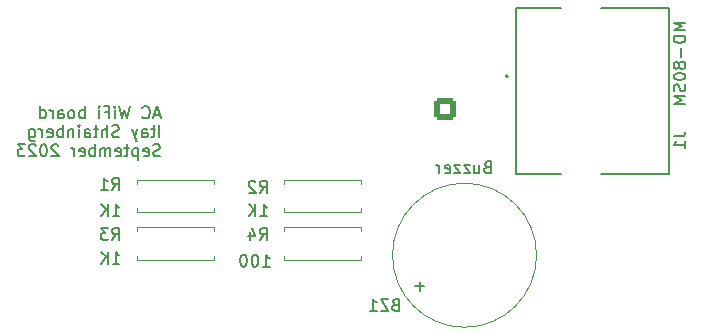
<source format=gbo>
%TF.GenerationSoftware,KiCad,Pcbnew,7.0.7*%
%TF.CreationDate,2023-09-16T13:59:36+03:00*%
%TF.ProjectId,ElectraWifi,456c6563-7472-4615-9769-66692e6b6963,rev?*%
%TF.SameCoordinates,Original*%
%TF.FileFunction,Legend,Bot*%
%TF.FilePolarity,Positive*%
%FSLAX46Y46*%
G04 Gerber Fmt 4.6, Leading zero omitted, Abs format (unit mm)*
G04 Created by KiCad (PCBNEW 7.0.7) date 2023-09-16 13:59:36*
%MOMM*%
%LPD*%
G01*
G04 APERTURE LIST*
G04 Aperture macros list*
%AMRoundRect*
0 Rectangle with rounded corners*
0 $1 Rounding radius*
0 $2 $3 $4 $5 $6 $7 $8 $9 X,Y pos of 4 corners*
0 Add a 4 corners polygon primitive as box body*
4,1,4,$2,$3,$4,$5,$6,$7,$8,$9,$2,$3,0*
0 Add four circle primitives for the rounded corners*
1,1,$1+$1,$2,$3*
1,1,$1+$1,$4,$5*
1,1,$1+$1,$6,$7*
1,1,$1+$1,$8,$9*
0 Add four rect primitives between the rounded corners*
20,1,$1+$1,$2,$3,$4,$5,0*
20,1,$1+$1,$4,$5,$6,$7,0*
20,1,$1+$1,$6,$7,$8,$9,0*
20,1,$1+$1,$8,$9,$2,$3,0*%
G04 Aperture macros list end*
%ADD10C,0.150000*%
%ADD11C,0.127000*%
%ADD12C,0.200000*%
%ADD13C,0.120000*%
%ADD14R,1.408000X1.408000*%
%ADD15C,1.408000*%
%ADD16O,1.230000X2.730000*%
%ADD17O,2.730000X1.230000*%
%ADD18O,1.600000X2.000000*%
%ADD19R,2.000000X2.000000*%
%ADD20R,1.800000X1.800000*%
%ADD21C,1.800000*%
%ADD22O,1.050000X1.500000*%
%ADD23R,1.050000X1.500000*%
%ADD24RoundRect,0.248400X0.651600X-0.651600X0.651600X0.651600X-0.651600X0.651600X-0.651600X-0.651600X0*%
%ADD25C,2.000000*%
%ADD26C,1.600000*%
%ADD27O,1.600000X1.600000*%
G04 APERTURE END LIST*
D10*
X119210839Y-81614104D02*
X118734649Y-81614104D01*
X119306077Y-81899819D02*
X118972744Y-80899819D01*
X118972744Y-80899819D02*
X118639411Y-81899819D01*
X117734649Y-81804580D02*
X117782268Y-81852200D01*
X117782268Y-81852200D02*
X117925125Y-81899819D01*
X117925125Y-81899819D02*
X118020363Y-81899819D01*
X118020363Y-81899819D02*
X118163220Y-81852200D01*
X118163220Y-81852200D02*
X118258458Y-81756961D01*
X118258458Y-81756961D02*
X118306077Y-81661723D01*
X118306077Y-81661723D02*
X118353696Y-81471247D01*
X118353696Y-81471247D02*
X118353696Y-81328390D01*
X118353696Y-81328390D02*
X118306077Y-81137914D01*
X118306077Y-81137914D02*
X118258458Y-81042676D01*
X118258458Y-81042676D02*
X118163220Y-80947438D01*
X118163220Y-80947438D02*
X118020363Y-80899819D01*
X118020363Y-80899819D02*
X117925125Y-80899819D01*
X117925125Y-80899819D02*
X117782268Y-80947438D01*
X117782268Y-80947438D02*
X117734649Y-80995057D01*
X116639410Y-80899819D02*
X116401315Y-81899819D01*
X116401315Y-81899819D02*
X116210839Y-81185533D01*
X116210839Y-81185533D02*
X116020363Y-81899819D01*
X116020363Y-81899819D02*
X115782268Y-80899819D01*
X115401315Y-81899819D02*
X115401315Y-81233152D01*
X115401315Y-80899819D02*
X115448934Y-80947438D01*
X115448934Y-80947438D02*
X115401315Y-80995057D01*
X115401315Y-80995057D02*
X115353696Y-80947438D01*
X115353696Y-80947438D02*
X115401315Y-80899819D01*
X115401315Y-80899819D02*
X115401315Y-80995057D01*
X114591792Y-81376009D02*
X114925125Y-81376009D01*
X114925125Y-81899819D02*
X114925125Y-80899819D01*
X114925125Y-80899819D02*
X114448935Y-80899819D01*
X114067982Y-81899819D02*
X114067982Y-81233152D01*
X114067982Y-80899819D02*
X114115601Y-80947438D01*
X114115601Y-80947438D02*
X114067982Y-80995057D01*
X114067982Y-80995057D02*
X114020363Y-80947438D01*
X114020363Y-80947438D02*
X114067982Y-80899819D01*
X114067982Y-80899819D02*
X114067982Y-80995057D01*
X112829887Y-81899819D02*
X112829887Y-80899819D01*
X112829887Y-81280771D02*
X112734649Y-81233152D01*
X112734649Y-81233152D02*
X112544173Y-81233152D01*
X112544173Y-81233152D02*
X112448935Y-81280771D01*
X112448935Y-81280771D02*
X112401316Y-81328390D01*
X112401316Y-81328390D02*
X112353697Y-81423628D01*
X112353697Y-81423628D02*
X112353697Y-81709342D01*
X112353697Y-81709342D02*
X112401316Y-81804580D01*
X112401316Y-81804580D02*
X112448935Y-81852200D01*
X112448935Y-81852200D02*
X112544173Y-81899819D01*
X112544173Y-81899819D02*
X112734649Y-81899819D01*
X112734649Y-81899819D02*
X112829887Y-81852200D01*
X111782268Y-81899819D02*
X111877506Y-81852200D01*
X111877506Y-81852200D02*
X111925125Y-81804580D01*
X111925125Y-81804580D02*
X111972744Y-81709342D01*
X111972744Y-81709342D02*
X111972744Y-81423628D01*
X111972744Y-81423628D02*
X111925125Y-81328390D01*
X111925125Y-81328390D02*
X111877506Y-81280771D01*
X111877506Y-81280771D02*
X111782268Y-81233152D01*
X111782268Y-81233152D02*
X111639411Y-81233152D01*
X111639411Y-81233152D02*
X111544173Y-81280771D01*
X111544173Y-81280771D02*
X111496554Y-81328390D01*
X111496554Y-81328390D02*
X111448935Y-81423628D01*
X111448935Y-81423628D02*
X111448935Y-81709342D01*
X111448935Y-81709342D02*
X111496554Y-81804580D01*
X111496554Y-81804580D02*
X111544173Y-81852200D01*
X111544173Y-81852200D02*
X111639411Y-81899819D01*
X111639411Y-81899819D02*
X111782268Y-81899819D01*
X110591792Y-81899819D02*
X110591792Y-81376009D01*
X110591792Y-81376009D02*
X110639411Y-81280771D01*
X110639411Y-81280771D02*
X110734649Y-81233152D01*
X110734649Y-81233152D02*
X110925125Y-81233152D01*
X110925125Y-81233152D02*
X111020363Y-81280771D01*
X110591792Y-81852200D02*
X110687030Y-81899819D01*
X110687030Y-81899819D02*
X110925125Y-81899819D01*
X110925125Y-81899819D02*
X111020363Y-81852200D01*
X111020363Y-81852200D02*
X111067982Y-81756961D01*
X111067982Y-81756961D02*
X111067982Y-81661723D01*
X111067982Y-81661723D02*
X111020363Y-81566485D01*
X111020363Y-81566485D02*
X110925125Y-81518866D01*
X110925125Y-81518866D02*
X110687030Y-81518866D01*
X110687030Y-81518866D02*
X110591792Y-81471247D01*
X110115601Y-81899819D02*
X110115601Y-81233152D01*
X110115601Y-81423628D02*
X110067982Y-81328390D01*
X110067982Y-81328390D02*
X110020363Y-81280771D01*
X110020363Y-81280771D02*
X109925125Y-81233152D01*
X109925125Y-81233152D02*
X109829887Y-81233152D01*
X109067982Y-81899819D02*
X109067982Y-80899819D01*
X109067982Y-81852200D02*
X109163220Y-81899819D01*
X109163220Y-81899819D02*
X109353696Y-81899819D01*
X109353696Y-81899819D02*
X109448934Y-81852200D01*
X109448934Y-81852200D02*
X109496553Y-81804580D01*
X109496553Y-81804580D02*
X109544172Y-81709342D01*
X109544172Y-81709342D02*
X109544172Y-81423628D01*
X109544172Y-81423628D02*
X109496553Y-81328390D01*
X109496553Y-81328390D02*
X109448934Y-81280771D01*
X109448934Y-81280771D02*
X109353696Y-81233152D01*
X109353696Y-81233152D02*
X109163220Y-81233152D01*
X109163220Y-81233152D02*
X109067982Y-81280771D01*
X119163220Y-83509819D02*
X119163220Y-82509819D01*
X118829887Y-82843152D02*
X118448935Y-82843152D01*
X118687030Y-82509819D02*
X118687030Y-83366961D01*
X118687030Y-83366961D02*
X118639411Y-83462200D01*
X118639411Y-83462200D02*
X118544173Y-83509819D01*
X118544173Y-83509819D02*
X118448935Y-83509819D01*
X117687030Y-83509819D02*
X117687030Y-82986009D01*
X117687030Y-82986009D02*
X117734649Y-82890771D01*
X117734649Y-82890771D02*
X117829887Y-82843152D01*
X117829887Y-82843152D02*
X118020363Y-82843152D01*
X118020363Y-82843152D02*
X118115601Y-82890771D01*
X117687030Y-83462200D02*
X117782268Y-83509819D01*
X117782268Y-83509819D02*
X118020363Y-83509819D01*
X118020363Y-83509819D02*
X118115601Y-83462200D01*
X118115601Y-83462200D02*
X118163220Y-83366961D01*
X118163220Y-83366961D02*
X118163220Y-83271723D01*
X118163220Y-83271723D02*
X118115601Y-83176485D01*
X118115601Y-83176485D02*
X118020363Y-83128866D01*
X118020363Y-83128866D02*
X117782268Y-83128866D01*
X117782268Y-83128866D02*
X117687030Y-83081247D01*
X117306077Y-82843152D02*
X117067982Y-83509819D01*
X116829887Y-82843152D02*
X117067982Y-83509819D01*
X117067982Y-83509819D02*
X117163220Y-83747914D01*
X117163220Y-83747914D02*
X117210839Y-83795533D01*
X117210839Y-83795533D02*
X117306077Y-83843152D01*
X115734648Y-83462200D02*
X115591791Y-83509819D01*
X115591791Y-83509819D02*
X115353696Y-83509819D01*
X115353696Y-83509819D02*
X115258458Y-83462200D01*
X115258458Y-83462200D02*
X115210839Y-83414580D01*
X115210839Y-83414580D02*
X115163220Y-83319342D01*
X115163220Y-83319342D02*
X115163220Y-83224104D01*
X115163220Y-83224104D02*
X115210839Y-83128866D01*
X115210839Y-83128866D02*
X115258458Y-83081247D01*
X115258458Y-83081247D02*
X115353696Y-83033628D01*
X115353696Y-83033628D02*
X115544172Y-82986009D01*
X115544172Y-82986009D02*
X115639410Y-82938390D01*
X115639410Y-82938390D02*
X115687029Y-82890771D01*
X115687029Y-82890771D02*
X115734648Y-82795533D01*
X115734648Y-82795533D02*
X115734648Y-82700295D01*
X115734648Y-82700295D02*
X115687029Y-82605057D01*
X115687029Y-82605057D02*
X115639410Y-82557438D01*
X115639410Y-82557438D02*
X115544172Y-82509819D01*
X115544172Y-82509819D02*
X115306077Y-82509819D01*
X115306077Y-82509819D02*
X115163220Y-82557438D01*
X114734648Y-83509819D02*
X114734648Y-82509819D01*
X114306077Y-83509819D02*
X114306077Y-82986009D01*
X114306077Y-82986009D02*
X114353696Y-82890771D01*
X114353696Y-82890771D02*
X114448934Y-82843152D01*
X114448934Y-82843152D02*
X114591791Y-82843152D01*
X114591791Y-82843152D02*
X114687029Y-82890771D01*
X114687029Y-82890771D02*
X114734648Y-82938390D01*
X113972743Y-82843152D02*
X113591791Y-82843152D01*
X113829886Y-82509819D02*
X113829886Y-83366961D01*
X113829886Y-83366961D02*
X113782267Y-83462200D01*
X113782267Y-83462200D02*
X113687029Y-83509819D01*
X113687029Y-83509819D02*
X113591791Y-83509819D01*
X112829886Y-83509819D02*
X112829886Y-82986009D01*
X112829886Y-82986009D02*
X112877505Y-82890771D01*
X112877505Y-82890771D02*
X112972743Y-82843152D01*
X112972743Y-82843152D02*
X113163219Y-82843152D01*
X113163219Y-82843152D02*
X113258457Y-82890771D01*
X112829886Y-83462200D02*
X112925124Y-83509819D01*
X112925124Y-83509819D02*
X113163219Y-83509819D01*
X113163219Y-83509819D02*
X113258457Y-83462200D01*
X113258457Y-83462200D02*
X113306076Y-83366961D01*
X113306076Y-83366961D02*
X113306076Y-83271723D01*
X113306076Y-83271723D02*
X113258457Y-83176485D01*
X113258457Y-83176485D02*
X113163219Y-83128866D01*
X113163219Y-83128866D02*
X112925124Y-83128866D01*
X112925124Y-83128866D02*
X112829886Y-83081247D01*
X112353695Y-83509819D02*
X112353695Y-82843152D01*
X112353695Y-82509819D02*
X112401314Y-82557438D01*
X112401314Y-82557438D02*
X112353695Y-82605057D01*
X112353695Y-82605057D02*
X112306076Y-82557438D01*
X112306076Y-82557438D02*
X112353695Y-82509819D01*
X112353695Y-82509819D02*
X112353695Y-82605057D01*
X111877505Y-82843152D02*
X111877505Y-83509819D01*
X111877505Y-82938390D02*
X111829886Y-82890771D01*
X111829886Y-82890771D02*
X111734648Y-82843152D01*
X111734648Y-82843152D02*
X111591791Y-82843152D01*
X111591791Y-82843152D02*
X111496553Y-82890771D01*
X111496553Y-82890771D02*
X111448934Y-82986009D01*
X111448934Y-82986009D02*
X111448934Y-83509819D01*
X110972743Y-83509819D02*
X110972743Y-82509819D01*
X110972743Y-82890771D02*
X110877505Y-82843152D01*
X110877505Y-82843152D02*
X110687029Y-82843152D01*
X110687029Y-82843152D02*
X110591791Y-82890771D01*
X110591791Y-82890771D02*
X110544172Y-82938390D01*
X110544172Y-82938390D02*
X110496553Y-83033628D01*
X110496553Y-83033628D02*
X110496553Y-83319342D01*
X110496553Y-83319342D02*
X110544172Y-83414580D01*
X110544172Y-83414580D02*
X110591791Y-83462200D01*
X110591791Y-83462200D02*
X110687029Y-83509819D01*
X110687029Y-83509819D02*
X110877505Y-83509819D01*
X110877505Y-83509819D02*
X110972743Y-83462200D01*
X109687029Y-83462200D02*
X109782267Y-83509819D01*
X109782267Y-83509819D02*
X109972743Y-83509819D01*
X109972743Y-83509819D02*
X110067981Y-83462200D01*
X110067981Y-83462200D02*
X110115600Y-83366961D01*
X110115600Y-83366961D02*
X110115600Y-82986009D01*
X110115600Y-82986009D02*
X110067981Y-82890771D01*
X110067981Y-82890771D02*
X109972743Y-82843152D01*
X109972743Y-82843152D02*
X109782267Y-82843152D01*
X109782267Y-82843152D02*
X109687029Y-82890771D01*
X109687029Y-82890771D02*
X109639410Y-82986009D01*
X109639410Y-82986009D02*
X109639410Y-83081247D01*
X109639410Y-83081247D02*
X110115600Y-83176485D01*
X109210838Y-83509819D02*
X109210838Y-82843152D01*
X109210838Y-83033628D02*
X109163219Y-82938390D01*
X109163219Y-82938390D02*
X109115600Y-82890771D01*
X109115600Y-82890771D02*
X109020362Y-82843152D01*
X109020362Y-82843152D02*
X108925124Y-82843152D01*
X108163219Y-82843152D02*
X108163219Y-83652676D01*
X108163219Y-83652676D02*
X108210838Y-83747914D01*
X108210838Y-83747914D02*
X108258457Y-83795533D01*
X108258457Y-83795533D02*
X108353695Y-83843152D01*
X108353695Y-83843152D02*
X108496552Y-83843152D01*
X108496552Y-83843152D02*
X108591790Y-83795533D01*
X108163219Y-83462200D02*
X108258457Y-83509819D01*
X108258457Y-83509819D02*
X108448933Y-83509819D01*
X108448933Y-83509819D02*
X108544171Y-83462200D01*
X108544171Y-83462200D02*
X108591790Y-83414580D01*
X108591790Y-83414580D02*
X108639409Y-83319342D01*
X108639409Y-83319342D02*
X108639409Y-83033628D01*
X108639409Y-83033628D02*
X108591790Y-82938390D01*
X108591790Y-82938390D02*
X108544171Y-82890771D01*
X108544171Y-82890771D02*
X108448933Y-82843152D01*
X108448933Y-82843152D02*
X108258457Y-82843152D01*
X108258457Y-82843152D02*
X108163219Y-82890771D01*
X119210839Y-85072200D02*
X119067982Y-85119819D01*
X119067982Y-85119819D02*
X118829887Y-85119819D01*
X118829887Y-85119819D02*
X118734649Y-85072200D01*
X118734649Y-85072200D02*
X118687030Y-85024580D01*
X118687030Y-85024580D02*
X118639411Y-84929342D01*
X118639411Y-84929342D02*
X118639411Y-84834104D01*
X118639411Y-84834104D02*
X118687030Y-84738866D01*
X118687030Y-84738866D02*
X118734649Y-84691247D01*
X118734649Y-84691247D02*
X118829887Y-84643628D01*
X118829887Y-84643628D02*
X119020363Y-84596009D01*
X119020363Y-84596009D02*
X119115601Y-84548390D01*
X119115601Y-84548390D02*
X119163220Y-84500771D01*
X119163220Y-84500771D02*
X119210839Y-84405533D01*
X119210839Y-84405533D02*
X119210839Y-84310295D01*
X119210839Y-84310295D02*
X119163220Y-84215057D01*
X119163220Y-84215057D02*
X119115601Y-84167438D01*
X119115601Y-84167438D02*
X119020363Y-84119819D01*
X119020363Y-84119819D02*
X118782268Y-84119819D01*
X118782268Y-84119819D02*
X118639411Y-84167438D01*
X117829887Y-85072200D02*
X117925125Y-85119819D01*
X117925125Y-85119819D02*
X118115601Y-85119819D01*
X118115601Y-85119819D02*
X118210839Y-85072200D01*
X118210839Y-85072200D02*
X118258458Y-84976961D01*
X118258458Y-84976961D02*
X118258458Y-84596009D01*
X118258458Y-84596009D02*
X118210839Y-84500771D01*
X118210839Y-84500771D02*
X118115601Y-84453152D01*
X118115601Y-84453152D02*
X117925125Y-84453152D01*
X117925125Y-84453152D02*
X117829887Y-84500771D01*
X117829887Y-84500771D02*
X117782268Y-84596009D01*
X117782268Y-84596009D02*
X117782268Y-84691247D01*
X117782268Y-84691247D02*
X118258458Y-84786485D01*
X117353696Y-84453152D02*
X117353696Y-85453152D01*
X117353696Y-84500771D02*
X117258458Y-84453152D01*
X117258458Y-84453152D02*
X117067982Y-84453152D01*
X117067982Y-84453152D02*
X116972744Y-84500771D01*
X116972744Y-84500771D02*
X116925125Y-84548390D01*
X116925125Y-84548390D02*
X116877506Y-84643628D01*
X116877506Y-84643628D02*
X116877506Y-84929342D01*
X116877506Y-84929342D02*
X116925125Y-85024580D01*
X116925125Y-85024580D02*
X116972744Y-85072200D01*
X116972744Y-85072200D02*
X117067982Y-85119819D01*
X117067982Y-85119819D02*
X117258458Y-85119819D01*
X117258458Y-85119819D02*
X117353696Y-85072200D01*
X116591791Y-84453152D02*
X116210839Y-84453152D01*
X116448934Y-84119819D02*
X116448934Y-84976961D01*
X116448934Y-84976961D02*
X116401315Y-85072200D01*
X116401315Y-85072200D02*
X116306077Y-85119819D01*
X116306077Y-85119819D02*
X116210839Y-85119819D01*
X115496553Y-85072200D02*
X115591791Y-85119819D01*
X115591791Y-85119819D02*
X115782267Y-85119819D01*
X115782267Y-85119819D02*
X115877505Y-85072200D01*
X115877505Y-85072200D02*
X115925124Y-84976961D01*
X115925124Y-84976961D02*
X115925124Y-84596009D01*
X115925124Y-84596009D02*
X115877505Y-84500771D01*
X115877505Y-84500771D02*
X115782267Y-84453152D01*
X115782267Y-84453152D02*
X115591791Y-84453152D01*
X115591791Y-84453152D02*
X115496553Y-84500771D01*
X115496553Y-84500771D02*
X115448934Y-84596009D01*
X115448934Y-84596009D02*
X115448934Y-84691247D01*
X115448934Y-84691247D02*
X115925124Y-84786485D01*
X115020362Y-85119819D02*
X115020362Y-84453152D01*
X115020362Y-84548390D02*
X114972743Y-84500771D01*
X114972743Y-84500771D02*
X114877505Y-84453152D01*
X114877505Y-84453152D02*
X114734648Y-84453152D01*
X114734648Y-84453152D02*
X114639410Y-84500771D01*
X114639410Y-84500771D02*
X114591791Y-84596009D01*
X114591791Y-84596009D02*
X114591791Y-85119819D01*
X114591791Y-84596009D02*
X114544172Y-84500771D01*
X114544172Y-84500771D02*
X114448934Y-84453152D01*
X114448934Y-84453152D02*
X114306077Y-84453152D01*
X114306077Y-84453152D02*
X114210838Y-84500771D01*
X114210838Y-84500771D02*
X114163219Y-84596009D01*
X114163219Y-84596009D02*
X114163219Y-85119819D01*
X113687029Y-85119819D02*
X113687029Y-84119819D01*
X113687029Y-84500771D02*
X113591791Y-84453152D01*
X113591791Y-84453152D02*
X113401315Y-84453152D01*
X113401315Y-84453152D02*
X113306077Y-84500771D01*
X113306077Y-84500771D02*
X113258458Y-84548390D01*
X113258458Y-84548390D02*
X113210839Y-84643628D01*
X113210839Y-84643628D02*
X113210839Y-84929342D01*
X113210839Y-84929342D02*
X113258458Y-85024580D01*
X113258458Y-85024580D02*
X113306077Y-85072200D01*
X113306077Y-85072200D02*
X113401315Y-85119819D01*
X113401315Y-85119819D02*
X113591791Y-85119819D01*
X113591791Y-85119819D02*
X113687029Y-85072200D01*
X112401315Y-85072200D02*
X112496553Y-85119819D01*
X112496553Y-85119819D02*
X112687029Y-85119819D01*
X112687029Y-85119819D02*
X112782267Y-85072200D01*
X112782267Y-85072200D02*
X112829886Y-84976961D01*
X112829886Y-84976961D02*
X112829886Y-84596009D01*
X112829886Y-84596009D02*
X112782267Y-84500771D01*
X112782267Y-84500771D02*
X112687029Y-84453152D01*
X112687029Y-84453152D02*
X112496553Y-84453152D01*
X112496553Y-84453152D02*
X112401315Y-84500771D01*
X112401315Y-84500771D02*
X112353696Y-84596009D01*
X112353696Y-84596009D02*
X112353696Y-84691247D01*
X112353696Y-84691247D02*
X112829886Y-84786485D01*
X111925124Y-85119819D02*
X111925124Y-84453152D01*
X111925124Y-84643628D02*
X111877505Y-84548390D01*
X111877505Y-84548390D02*
X111829886Y-84500771D01*
X111829886Y-84500771D02*
X111734648Y-84453152D01*
X111734648Y-84453152D02*
X111639410Y-84453152D01*
X110591790Y-84215057D02*
X110544171Y-84167438D01*
X110544171Y-84167438D02*
X110448933Y-84119819D01*
X110448933Y-84119819D02*
X110210838Y-84119819D01*
X110210838Y-84119819D02*
X110115600Y-84167438D01*
X110115600Y-84167438D02*
X110067981Y-84215057D01*
X110067981Y-84215057D02*
X110020362Y-84310295D01*
X110020362Y-84310295D02*
X110020362Y-84405533D01*
X110020362Y-84405533D02*
X110067981Y-84548390D01*
X110067981Y-84548390D02*
X110639409Y-85119819D01*
X110639409Y-85119819D02*
X110020362Y-85119819D01*
X109401314Y-84119819D02*
X109306076Y-84119819D01*
X109306076Y-84119819D02*
X109210838Y-84167438D01*
X109210838Y-84167438D02*
X109163219Y-84215057D01*
X109163219Y-84215057D02*
X109115600Y-84310295D01*
X109115600Y-84310295D02*
X109067981Y-84500771D01*
X109067981Y-84500771D02*
X109067981Y-84738866D01*
X109067981Y-84738866D02*
X109115600Y-84929342D01*
X109115600Y-84929342D02*
X109163219Y-85024580D01*
X109163219Y-85024580D02*
X109210838Y-85072200D01*
X109210838Y-85072200D02*
X109306076Y-85119819D01*
X109306076Y-85119819D02*
X109401314Y-85119819D01*
X109401314Y-85119819D02*
X109496552Y-85072200D01*
X109496552Y-85072200D02*
X109544171Y-85024580D01*
X109544171Y-85024580D02*
X109591790Y-84929342D01*
X109591790Y-84929342D02*
X109639409Y-84738866D01*
X109639409Y-84738866D02*
X109639409Y-84500771D01*
X109639409Y-84500771D02*
X109591790Y-84310295D01*
X109591790Y-84310295D02*
X109544171Y-84215057D01*
X109544171Y-84215057D02*
X109496552Y-84167438D01*
X109496552Y-84167438D02*
X109401314Y-84119819D01*
X108687028Y-84215057D02*
X108639409Y-84167438D01*
X108639409Y-84167438D02*
X108544171Y-84119819D01*
X108544171Y-84119819D02*
X108306076Y-84119819D01*
X108306076Y-84119819D02*
X108210838Y-84167438D01*
X108210838Y-84167438D02*
X108163219Y-84215057D01*
X108163219Y-84215057D02*
X108115600Y-84310295D01*
X108115600Y-84310295D02*
X108115600Y-84405533D01*
X108115600Y-84405533D02*
X108163219Y-84548390D01*
X108163219Y-84548390D02*
X108734647Y-85119819D01*
X108734647Y-85119819D02*
X108115600Y-85119819D01*
X107782266Y-84119819D02*
X107163219Y-84119819D01*
X107163219Y-84119819D02*
X107496552Y-84500771D01*
X107496552Y-84500771D02*
X107353695Y-84500771D01*
X107353695Y-84500771D02*
X107258457Y-84548390D01*
X107258457Y-84548390D02*
X107210838Y-84596009D01*
X107210838Y-84596009D02*
X107163219Y-84691247D01*
X107163219Y-84691247D02*
X107163219Y-84929342D01*
X107163219Y-84929342D02*
X107210838Y-85024580D01*
X107210838Y-85024580D02*
X107258457Y-85072200D01*
X107258457Y-85072200D02*
X107353695Y-85119819D01*
X107353695Y-85119819D02*
X107639409Y-85119819D01*
X107639409Y-85119819D02*
X107734647Y-85072200D01*
X107734647Y-85072200D02*
X107782266Y-85024580D01*
X162704819Y-83416666D02*
X163419104Y-83416666D01*
X163419104Y-83416666D02*
X163561961Y-83369047D01*
X163561961Y-83369047D02*
X163657200Y-83273809D01*
X163657200Y-83273809D02*
X163704819Y-83130952D01*
X163704819Y-83130952D02*
X163704819Y-83035714D01*
X163704819Y-84416666D02*
X163704819Y-83845238D01*
X163704819Y-84130952D02*
X162704819Y-84130952D01*
X162704819Y-84130952D02*
X162847676Y-84035714D01*
X162847676Y-84035714D02*
X162942914Y-83940476D01*
X162942914Y-83940476D02*
X162990533Y-83845238D01*
X163704819Y-73797619D02*
X162704819Y-73797619D01*
X162704819Y-73797619D02*
X163419104Y-74130952D01*
X163419104Y-74130952D02*
X162704819Y-74464285D01*
X162704819Y-74464285D02*
X163704819Y-74464285D01*
X163704819Y-74940476D02*
X162704819Y-74940476D01*
X162704819Y-74940476D02*
X162704819Y-75178571D01*
X162704819Y-75178571D02*
X162752438Y-75321428D01*
X162752438Y-75321428D02*
X162847676Y-75416666D01*
X162847676Y-75416666D02*
X162942914Y-75464285D01*
X162942914Y-75464285D02*
X163133390Y-75511904D01*
X163133390Y-75511904D02*
X163276247Y-75511904D01*
X163276247Y-75511904D02*
X163466723Y-75464285D01*
X163466723Y-75464285D02*
X163561961Y-75416666D01*
X163561961Y-75416666D02*
X163657200Y-75321428D01*
X163657200Y-75321428D02*
X163704819Y-75178571D01*
X163704819Y-75178571D02*
X163704819Y-74940476D01*
X163323866Y-75940476D02*
X163323866Y-76702381D01*
X163133390Y-77321428D02*
X163085771Y-77226190D01*
X163085771Y-77226190D02*
X163038152Y-77178571D01*
X163038152Y-77178571D02*
X162942914Y-77130952D01*
X162942914Y-77130952D02*
X162895295Y-77130952D01*
X162895295Y-77130952D02*
X162800057Y-77178571D01*
X162800057Y-77178571D02*
X162752438Y-77226190D01*
X162752438Y-77226190D02*
X162704819Y-77321428D01*
X162704819Y-77321428D02*
X162704819Y-77511904D01*
X162704819Y-77511904D02*
X162752438Y-77607142D01*
X162752438Y-77607142D02*
X162800057Y-77654761D01*
X162800057Y-77654761D02*
X162895295Y-77702380D01*
X162895295Y-77702380D02*
X162942914Y-77702380D01*
X162942914Y-77702380D02*
X163038152Y-77654761D01*
X163038152Y-77654761D02*
X163085771Y-77607142D01*
X163085771Y-77607142D02*
X163133390Y-77511904D01*
X163133390Y-77511904D02*
X163133390Y-77321428D01*
X163133390Y-77321428D02*
X163181009Y-77226190D01*
X163181009Y-77226190D02*
X163228628Y-77178571D01*
X163228628Y-77178571D02*
X163323866Y-77130952D01*
X163323866Y-77130952D02*
X163514342Y-77130952D01*
X163514342Y-77130952D02*
X163609580Y-77178571D01*
X163609580Y-77178571D02*
X163657200Y-77226190D01*
X163657200Y-77226190D02*
X163704819Y-77321428D01*
X163704819Y-77321428D02*
X163704819Y-77511904D01*
X163704819Y-77511904D02*
X163657200Y-77607142D01*
X163657200Y-77607142D02*
X163609580Y-77654761D01*
X163609580Y-77654761D02*
X163514342Y-77702380D01*
X163514342Y-77702380D02*
X163323866Y-77702380D01*
X163323866Y-77702380D02*
X163228628Y-77654761D01*
X163228628Y-77654761D02*
X163181009Y-77607142D01*
X163181009Y-77607142D02*
X163133390Y-77511904D01*
X162704819Y-78321428D02*
X162704819Y-78416666D01*
X162704819Y-78416666D02*
X162752438Y-78511904D01*
X162752438Y-78511904D02*
X162800057Y-78559523D01*
X162800057Y-78559523D02*
X162895295Y-78607142D01*
X162895295Y-78607142D02*
X163085771Y-78654761D01*
X163085771Y-78654761D02*
X163323866Y-78654761D01*
X163323866Y-78654761D02*
X163514342Y-78607142D01*
X163514342Y-78607142D02*
X163609580Y-78559523D01*
X163609580Y-78559523D02*
X163657200Y-78511904D01*
X163657200Y-78511904D02*
X163704819Y-78416666D01*
X163704819Y-78416666D02*
X163704819Y-78321428D01*
X163704819Y-78321428D02*
X163657200Y-78226190D01*
X163657200Y-78226190D02*
X163609580Y-78178571D01*
X163609580Y-78178571D02*
X163514342Y-78130952D01*
X163514342Y-78130952D02*
X163323866Y-78083333D01*
X163323866Y-78083333D02*
X163085771Y-78083333D01*
X163085771Y-78083333D02*
X162895295Y-78130952D01*
X162895295Y-78130952D02*
X162800057Y-78178571D01*
X162800057Y-78178571D02*
X162752438Y-78226190D01*
X162752438Y-78226190D02*
X162704819Y-78321428D01*
X163657200Y-79035714D02*
X163704819Y-79178571D01*
X163704819Y-79178571D02*
X163704819Y-79416666D01*
X163704819Y-79416666D02*
X163657200Y-79511904D01*
X163657200Y-79511904D02*
X163609580Y-79559523D01*
X163609580Y-79559523D02*
X163514342Y-79607142D01*
X163514342Y-79607142D02*
X163419104Y-79607142D01*
X163419104Y-79607142D02*
X163323866Y-79559523D01*
X163323866Y-79559523D02*
X163276247Y-79511904D01*
X163276247Y-79511904D02*
X163228628Y-79416666D01*
X163228628Y-79416666D02*
X163181009Y-79226190D01*
X163181009Y-79226190D02*
X163133390Y-79130952D01*
X163133390Y-79130952D02*
X163085771Y-79083333D01*
X163085771Y-79083333D02*
X162990533Y-79035714D01*
X162990533Y-79035714D02*
X162895295Y-79035714D01*
X162895295Y-79035714D02*
X162800057Y-79083333D01*
X162800057Y-79083333D02*
X162752438Y-79130952D01*
X162752438Y-79130952D02*
X162704819Y-79226190D01*
X162704819Y-79226190D02*
X162704819Y-79464285D01*
X162704819Y-79464285D02*
X162752438Y-79607142D01*
X163704819Y-80035714D02*
X162704819Y-80035714D01*
X162704819Y-80035714D02*
X163419104Y-80369047D01*
X163419104Y-80369047D02*
X162704819Y-80702380D01*
X162704819Y-80702380D02*
X163704819Y-80702380D01*
X139130952Y-97681009D02*
X138988095Y-97728628D01*
X138988095Y-97728628D02*
X138940476Y-97776247D01*
X138940476Y-97776247D02*
X138892857Y-97871485D01*
X138892857Y-97871485D02*
X138892857Y-98014342D01*
X138892857Y-98014342D02*
X138940476Y-98109580D01*
X138940476Y-98109580D02*
X138988095Y-98157200D01*
X138988095Y-98157200D02*
X139083333Y-98204819D01*
X139083333Y-98204819D02*
X139464285Y-98204819D01*
X139464285Y-98204819D02*
X139464285Y-97204819D01*
X139464285Y-97204819D02*
X139130952Y-97204819D01*
X139130952Y-97204819D02*
X139035714Y-97252438D01*
X139035714Y-97252438D02*
X138988095Y-97300057D01*
X138988095Y-97300057D02*
X138940476Y-97395295D01*
X138940476Y-97395295D02*
X138940476Y-97490533D01*
X138940476Y-97490533D02*
X138988095Y-97585771D01*
X138988095Y-97585771D02*
X139035714Y-97633390D01*
X139035714Y-97633390D02*
X139130952Y-97681009D01*
X139130952Y-97681009D02*
X139464285Y-97681009D01*
X138559523Y-97204819D02*
X137892857Y-97204819D01*
X137892857Y-97204819D02*
X138559523Y-98204819D01*
X138559523Y-98204819D02*
X137892857Y-98204819D01*
X136988095Y-98204819D02*
X137559523Y-98204819D01*
X137273809Y-98204819D02*
X137273809Y-97204819D01*
X137273809Y-97204819D02*
X137369047Y-97347676D01*
X137369047Y-97347676D02*
X137464285Y-97442914D01*
X137464285Y-97442914D02*
X137559523Y-97490533D01*
X146928571Y-86031009D02*
X146785714Y-86078628D01*
X146785714Y-86078628D02*
X146738095Y-86126247D01*
X146738095Y-86126247D02*
X146690476Y-86221485D01*
X146690476Y-86221485D02*
X146690476Y-86364342D01*
X146690476Y-86364342D02*
X146738095Y-86459580D01*
X146738095Y-86459580D02*
X146785714Y-86507200D01*
X146785714Y-86507200D02*
X146880952Y-86554819D01*
X146880952Y-86554819D02*
X147261904Y-86554819D01*
X147261904Y-86554819D02*
X147261904Y-85554819D01*
X147261904Y-85554819D02*
X146928571Y-85554819D01*
X146928571Y-85554819D02*
X146833333Y-85602438D01*
X146833333Y-85602438D02*
X146785714Y-85650057D01*
X146785714Y-85650057D02*
X146738095Y-85745295D01*
X146738095Y-85745295D02*
X146738095Y-85840533D01*
X146738095Y-85840533D02*
X146785714Y-85935771D01*
X146785714Y-85935771D02*
X146833333Y-85983390D01*
X146833333Y-85983390D02*
X146928571Y-86031009D01*
X146928571Y-86031009D02*
X147261904Y-86031009D01*
X145833333Y-85888152D02*
X145833333Y-86554819D01*
X146261904Y-85888152D02*
X146261904Y-86411961D01*
X146261904Y-86411961D02*
X146214285Y-86507200D01*
X146214285Y-86507200D02*
X146119047Y-86554819D01*
X146119047Y-86554819D02*
X145976190Y-86554819D01*
X145976190Y-86554819D02*
X145880952Y-86507200D01*
X145880952Y-86507200D02*
X145833333Y-86459580D01*
X145452380Y-85888152D02*
X144928571Y-85888152D01*
X144928571Y-85888152D02*
X145452380Y-86554819D01*
X145452380Y-86554819D02*
X144928571Y-86554819D01*
X144642856Y-85888152D02*
X144119047Y-85888152D01*
X144119047Y-85888152D02*
X144642856Y-86554819D01*
X144642856Y-86554819D02*
X144119047Y-86554819D01*
X143357142Y-86507200D02*
X143452380Y-86554819D01*
X143452380Y-86554819D02*
X143642856Y-86554819D01*
X143642856Y-86554819D02*
X143738094Y-86507200D01*
X143738094Y-86507200D02*
X143785713Y-86411961D01*
X143785713Y-86411961D02*
X143785713Y-86031009D01*
X143785713Y-86031009D02*
X143738094Y-85935771D01*
X143738094Y-85935771D02*
X143642856Y-85888152D01*
X143642856Y-85888152D02*
X143452380Y-85888152D01*
X143452380Y-85888152D02*
X143357142Y-85935771D01*
X143357142Y-85935771D02*
X143309523Y-86031009D01*
X143309523Y-86031009D02*
X143309523Y-86126247D01*
X143309523Y-86126247D02*
X143785713Y-86221485D01*
X142880951Y-86554819D02*
X142880951Y-85888152D01*
X142880951Y-86078628D02*
X142833332Y-85983390D01*
X142833332Y-85983390D02*
X142785713Y-85935771D01*
X142785713Y-85935771D02*
X142690475Y-85888152D01*
X142690475Y-85888152D02*
X142595237Y-85888152D01*
X141570951Y-96113866D02*
X140809047Y-96113866D01*
X141189999Y-96494819D02*
X141189999Y-95732914D01*
X127666666Y-92204819D02*
X127999999Y-91728628D01*
X128238094Y-92204819D02*
X128238094Y-91204819D01*
X128238094Y-91204819D02*
X127857142Y-91204819D01*
X127857142Y-91204819D02*
X127761904Y-91252438D01*
X127761904Y-91252438D02*
X127714285Y-91300057D01*
X127714285Y-91300057D02*
X127666666Y-91395295D01*
X127666666Y-91395295D02*
X127666666Y-91538152D01*
X127666666Y-91538152D02*
X127714285Y-91633390D01*
X127714285Y-91633390D02*
X127761904Y-91681009D01*
X127761904Y-91681009D02*
X127857142Y-91728628D01*
X127857142Y-91728628D02*
X128238094Y-91728628D01*
X126809523Y-91538152D02*
X126809523Y-92204819D01*
X127047618Y-91157200D02*
X127285713Y-91871485D01*
X127285713Y-91871485D02*
X126666666Y-91871485D01*
X127916666Y-94454819D02*
X128488094Y-94454819D01*
X128202380Y-94454819D02*
X128202380Y-93454819D01*
X128202380Y-93454819D02*
X128297618Y-93597676D01*
X128297618Y-93597676D02*
X128392856Y-93692914D01*
X128392856Y-93692914D02*
X128488094Y-93740533D01*
X127297618Y-93454819D02*
X127202380Y-93454819D01*
X127202380Y-93454819D02*
X127107142Y-93502438D01*
X127107142Y-93502438D02*
X127059523Y-93550057D01*
X127059523Y-93550057D02*
X127011904Y-93645295D01*
X127011904Y-93645295D02*
X126964285Y-93835771D01*
X126964285Y-93835771D02*
X126964285Y-94073866D01*
X126964285Y-94073866D02*
X127011904Y-94264342D01*
X127011904Y-94264342D02*
X127059523Y-94359580D01*
X127059523Y-94359580D02*
X127107142Y-94407200D01*
X127107142Y-94407200D02*
X127202380Y-94454819D01*
X127202380Y-94454819D02*
X127297618Y-94454819D01*
X127297618Y-94454819D02*
X127392856Y-94407200D01*
X127392856Y-94407200D02*
X127440475Y-94359580D01*
X127440475Y-94359580D02*
X127488094Y-94264342D01*
X127488094Y-94264342D02*
X127535713Y-94073866D01*
X127535713Y-94073866D02*
X127535713Y-93835771D01*
X127535713Y-93835771D02*
X127488094Y-93645295D01*
X127488094Y-93645295D02*
X127440475Y-93550057D01*
X127440475Y-93550057D02*
X127392856Y-93502438D01*
X127392856Y-93502438D02*
X127297618Y-93454819D01*
X126345237Y-93454819D02*
X126249999Y-93454819D01*
X126249999Y-93454819D02*
X126154761Y-93502438D01*
X126154761Y-93502438D02*
X126107142Y-93550057D01*
X126107142Y-93550057D02*
X126059523Y-93645295D01*
X126059523Y-93645295D02*
X126011904Y-93835771D01*
X126011904Y-93835771D02*
X126011904Y-94073866D01*
X126011904Y-94073866D02*
X126059523Y-94264342D01*
X126059523Y-94264342D02*
X126107142Y-94359580D01*
X126107142Y-94359580D02*
X126154761Y-94407200D01*
X126154761Y-94407200D02*
X126249999Y-94454819D01*
X126249999Y-94454819D02*
X126345237Y-94454819D01*
X126345237Y-94454819D02*
X126440475Y-94407200D01*
X126440475Y-94407200D02*
X126488094Y-94359580D01*
X126488094Y-94359580D02*
X126535713Y-94264342D01*
X126535713Y-94264342D02*
X126583332Y-94073866D01*
X126583332Y-94073866D02*
X126583332Y-93835771D01*
X126583332Y-93835771D02*
X126535713Y-93645295D01*
X126535713Y-93645295D02*
X126488094Y-93550057D01*
X126488094Y-93550057D02*
X126440475Y-93502438D01*
X126440475Y-93502438D02*
X126345237Y-93454819D01*
X127666666Y-88204819D02*
X127999999Y-87728628D01*
X128238094Y-88204819D02*
X128238094Y-87204819D01*
X128238094Y-87204819D02*
X127857142Y-87204819D01*
X127857142Y-87204819D02*
X127761904Y-87252438D01*
X127761904Y-87252438D02*
X127714285Y-87300057D01*
X127714285Y-87300057D02*
X127666666Y-87395295D01*
X127666666Y-87395295D02*
X127666666Y-87538152D01*
X127666666Y-87538152D02*
X127714285Y-87633390D01*
X127714285Y-87633390D02*
X127761904Y-87681009D01*
X127761904Y-87681009D02*
X127857142Y-87728628D01*
X127857142Y-87728628D02*
X128238094Y-87728628D01*
X127285713Y-87300057D02*
X127238094Y-87252438D01*
X127238094Y-87252438D02*
X127142856Y-87204819D01*
X127142856Y-87204819D02*
X126904761Y-87204819D01*
X126904761Y-87204819D02*
X126809523Y-87252438D01*
X126809523Y-87252438D02*
X126761904Y-87300057D01*
X126761904Y-87300057D02*
X126714285Y-87395295D01*
X126714285Y-87395295D02*
X126714285Y-87490533D01*
X126714285Y-87490533D02*
X126761904Y-87633390D01*
X126761904Y-87633390D02*
X127333332Y-88204819D01*
X127333332Y-88204819D02*
X126714285Y-88204819D01*
X127714285Y-90204819D02*
X128285713Y-90204819D01*
X127999999Y-90204819D02*
X127999999Y-89204819D01*
X127999999Y-89204819D02*
X128095237Y-89347676D01*
X128095237Y-89347676D02*
X128190475Y-89442914D01*
X128190475Y-89442914D02*
X128285713Y-89490533D01*
X127285713Y-90204819D02*
X127285713Y-89204819D01*
X126714285Y-90204819D02*
X127142856Y-89633390D01*
X126714285Y-89204819D02*
X127285713Y-89776247D01*
X115166666Y-87954819D02*
X115499999Y-87478628D01*
X115738094Y-87954819D02*
X115738094Y-86954819D01*
X115738094Y-86954819D02*
X115357142Y-86954819D01*
X115357142Y-86954819D02*
X115261904Y-87002438D01*
X115261904Y-87002438D02*
X115214285Y-87050057D01*
X115214285Y-87050057D02*
X115166666Y-87145295D01*
X115166666Y-87145295D02*
X115166666Y-87288152D01*
X115166666Y-87288152D02*
X115214285Y-87383390D01*
X115214285Y-87383390D02*
X115261904Y-87431009D01*
X115261904Y-87431009D02*
X115357142Y-87478628D01*
X115357142Y-87478628D02*
X115738094Y-87478628D01*
X114214285Y-87954819D02*
X114785713Y-87954819D01*
X114499999Y-87954819D02*
X114499999Y-86954819D01*
X114499999Y-86954819D02*
X114595237Y-87097676D01*
X114595237Y-87097676D02*
X114690475Y-87192914D01*
X114690475Y-87192914D02*
X114785713Y-87240533D01*
X115214285Y-90204819D02*
X115785713Y-90204819D01*
X115499999Y-90204819D02*
X115499999Y-89204819D01*
X115499999Y-89204819D02*
X115595237Y-89347676D01*
X115595237Y-89347676D02*
X115690475Y-89442914D01*
X115690475Y-89442914D02*
X115785713Y-89490533D01*
X114785713Y-90204819D02*
X114785713Y-89204819D01*
X114214285Y-90204819D02*
X114642856Y-89633390D01*
X114214285Y-89204819D02*
X114785713Y-89776247D01*
X115166666Y-92204819D02*
X115499999Y-91728628D01*
X115738094Y-92204819D02*
X115738094Y-91204819D01*
X115738094Y-91204819D02*
X115357142Y-91204819D01*
X115357142Y-91204819D02*
X115261904Y-91252438D01*
X115261904Y-91252438D02*
X115214285Y-91300057D01*
X115214285Y-91300057D02*
X115166666Y-91395295D01*
X115166666Y-91395295D02*
X115166666Y-91538152D01*
X115166666Y-91538152D02*
X115214285Y-91633390D01*
X115214285Y-91633390D02*
X115261904Y-91681009D01*
X115261904Y-91681009D02*
X115357142Y-91728628D01*
X115357142Y-91728628D02*
X115738094Y-91728628D01*
X114833332Y-91204819D02*
X114214285Y-91204819D01*
X114214285Y-91204819D02*
X114547618Y-91585771D01*
X114547618Y-91585771D02*
X114404761Y-91585771D01*
X114404761Y-91585771D02*
X114309523Y-91633390D01*
X114309523Y-91633390D02*
X114261904Y-91681009D01*
X114261904Y-91681009D02*
X114214285Y-91776247D01*
X114214285Y-91776247D02*
X114214285Y-92014342D01*
X114214285Y-92014342D02*
X114261904Y-92109580D01*
X114261904Y-92109580D02*
X114309523Y-92157200D01*
X114309523Y-92157200D02*
X114404761Y-92204819D01*
X114404761Y-92204819D02*
X114690475Y-92204819D01*
X114690475Y-92204819D02*
X114785713Y-92157200D01*
X114785713Y-92157200D02*
X114833332Y-92109580D01*
X115214285Y-94204819D02*
X115785713Y-94204819D01*
X115499999Y-94204819D02*
X115499999Y-93204819D01*
X115499999Y-93204819D02*
X115595237Y-93347676D01*
X115595237Y-93347676D02*
X115690475Y-93442914D01*
X115690475Y-93442914D02*
X115785713Y-93490533D01*
X114785713Y-94204819D02*
X114785713Y-93204819D01*
X114214285Y-94204819D02*
X114642856Y-93633390D01*
X114214285Y-93204819D02*
X114785713Y-93776247D01*
D11*
%TO.C,J1*%
X162348000Y-86600000D02*
X162348000Y-72600000D01*
X156563000Y-86600000D02*
X162348000Y-86600000D01*
X149348000Y-86600000D02*
X153133000Y-86600000D01*
X162348000Y-72600000D02*
X156563000Y-72600000D01*
X149348000Y-72600000D02*
X149348000Y-86600000D01*
X149348000Y-72600000D02*
X153133000Y-72600000D01*
D12*
X148677000Y-78343000D02*
G75*
G03*
X148677000Y-78343000I-100000J0D01*
G01*
D13*
%TO.C,BZ1*%
X151100000Y-93500000D02*
G75*
G03*
X151100000Y-93500000I-6100000J0D01*
G01*
%TO.C,R4*%
X136270000Y-93870000D02*
X129730000Y-93870000D01*
X136270000Y-93540000D02*
X136270000Y-93870000D01*
X136270000Y-91460000D02*
X136270000Y-91130000D01*
X136270000Y-91130000D02*
X129730000Y-91130000D01*
X129730000Y-93870000D02*
X129730000Y-93540000D01*
X129730000Y-91130000D02*
X129730000Y-91460000D01*
%TO.C,R2*%
X136270000Y-89870000D02*
X129730000Y-89870000D01*
X136270000Y-89540000D02*
X136270000Y-89870000D01*
X136270000Y-87460000D02*
X136270000Y-87130000D01*
X136270000Y-87130000D02*
X129730000Y-87130000D01*
X129730000Y-89870000D02*
X129730000Y-89540000D01*
X129730000Y-87130000D02*
X129730000Y-87460000D01*
%TO.C,R1*%
X117230000Y-87130000D02*
X117230000Y-87460000D01*
X117230000Y-89870000D02*
X117230000Y-89540000D01*
X123770000Y-87130000D02*
X117230000Y-87130000D01*
X123770000Y-87460000D02*
X123770000Y-87130000D01*
X123770000Y-89540000D02*
X123770000Y-89870000D01*
X123770000Y-89870000D02*
X117230000Y-89870000D01*
%TO.C,R3*%
X123770000Y-93870000D02*
X117230000Y-93870000D01*
X123770000Y-93540000D02*
X123770000Y-93870000D01*
X123770000Y-91460000D02*
X123770000Y-91130000D01*
X123770000Y-91130000D02*
X117230000Y-91130000D01*
X117230000Y-93870000D02*
X117230000Y-93540000D01*
X117230000Y-91130000D02*
X117230000Y-91460000D01*
%TD*%
%LPC*%
D14*
%TO.C,J1*%
X157848000Y-78300000D03*
D15*
X157848000Y-80900000D03*
X157848000Y-76200000D03*
X160348000Y-78300000D03*
X157848000Y-83000000D03*
X160348000Y-76200000D03*
X160348000Y-80500000D03*
X160348000Y-83000000D03*
D16*
X154048000Y-79600000D03*
D17*
X154848000Y-86350000D03*
X154848000Y-72850000D03*
%TD*%
D18*
%TO.C,U1*%
X114762000Y-73685000D03*
X117302000Y-73685000D03*
X119842000Y-73685000D03*
X122382000Y-73685000D03*
X124922000Y-73685000D03*
X127462000Y-73685000D03*
X130002000Y-73685000D03*
X132542000Y-73685000D03*
X132542000Y-96545000D03*
X130002000Y-96545000D03*
X127462000Y-96545000D03*
X124922000Y-96545000D03*
X122382000Y-96545000D03*
X119842000Y-96545000D03*
X117302000Y-96545000D03*
D19*
X114762000Y-96545000D03*
%TD*%
D20*
%TO.C,D2*%
X139275000Y-101500000D03*
D21*
X136735000Y-101500000D03*
%TD*%
D22*
%TO.C,Q1*%
X156730000Y-89640000D03*
X158000000Y-89640000D03*
D23*
X159270000Y-89640000D03*
%TD*%
D24*
%TO.C,U2*%
X143337000Y-81140000D03*
D21*
X143337000Y-78600000D03*
X143337000Y-76060000D03*
%TD*%
D20*
%TO.C,D3*%
X123275000Y-101500000D03*
D21*
X120735000Y-101500000D03*
%TD*%
D20*
%TO.C,D1*%
X147275000Y-101500000D03*
D21*
X144735000Y-101500000D03*
%TD*%
D20*
%TO.C,D4*%
X115275000Y-101500000D03*
D21*
X112735000Y-101500000D03*
%TD*%
D25*
%TO.C,BZ1*%
X148800000Y-93500000D03*
D19*
X141200000Y-93500000D03*
%TD*%
D26*
%TO.C,R4*%
X136810000Y-92500000D03*
D27*
X129190000Y-92500000D03*
%TD*%
D26*
%TO.C,R2*%
X136810000Y-88500000D03*
D27*
X129190000Y-88500000D03*
%TD*%
%TO.C,R1*%
X116690000Y-88500000D03*
D26*
X124310000Y-88500000D03*
%TD*%
%TO.C,R3*%
X124310000Y-92500000D03*
D27*
X116690000Y-92500000D03*
%TD*%
%LPD*%
M02*

</source>
